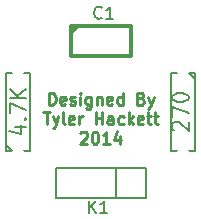
<source format=gto>
G04 (created by PCBNEW (2013-07-07 BZR 4022)-stable) date 12/11/2014 3:56:36 AM*
%MOIN*%
G04 Gerber Fmt 3.4, Leading zero omitted, Abs format*
%FSLAX34Y34*%
G01*
G70*
G90*
G04 APERTURE LIST*
%ADD10C,0.00590551*%
%ADD11C,0.00984252*%
%ADD12C,0.008*%
%ADD13C,0.006*%
%ADD14C,0.012*%
%ADD15C,0.055*%
%ADD16R,0.06X0.06*%
%ADD17C,0.06*%
G04 APERTURE END LIST*
G54D10*
G54D11*
X78590Y-55277D02*
X78590Y-54883D01*
X78683Y-54883D01*
X78740Y-54902D01*
X78777Y-54940D01*
X78796Y-54977D01*
X78815Y-55052D01*
X78815Y-55108D01*
X78796Y-55183D01*
X78777Y-55221D01*
X78740Y-55258D01*
X78683Y-55277D01*
X78590Y-55277D01*
X79133Y-55258D02*
X79096Y-55277D01*
X79021Y-55277D01*
X78983Y-55258D01*
X78965Y-55221D01*
X78965Y-55071D01*
X78983Y-55033D01*
X79021Y-55014D01*
X79096Y-55014D01*
X79133Y-55033D01*
X79152Y-55071D01*
X79152Y-55108D01*
X78965Y-55146D01*
X79302Y-55258D02*
X79340Y-55277D01*
X79415Y-55277D01*
X79452Y-55258D01*
X79471Y-55221D01*
X79471Y-55202D01*
X79452Y-55164D01*
X79415Y-55146D01*
X79358Y-55146D01*
X79321Y-55127D01*
X79302Y-55089D01*
X79302Y-55071D01*
X79321Y-55033D01*
X79358Y-55014D01*
X79415Y-55014D01*
X79452Y-55033D01*
X79640Y-55277D02*
X79640Y-55014D01*
X79640Y-54883D02*
X79621Y-54902D01*
X79640Y-54921D01*
X79658Y-54902D01*
X79640Y-54883D01*
X79640Y-54921D01*
X79996Y-55014D02*
X79996Y-55333D01*
X79977Y-55371D01*
X79958Y-55389D01*
X79921Y-55408D01*
X79865Y-55408D01*
X79827Y-55389D01*
X79996Y-55258D02*
X79958Y-55277D01*
X79883Y-55277D01*
X79846Y-55258D01*
X79827Y-55239D01*
X79808Y-55202D01*
X79808Y-55089D01*
X79827Y-55052D01*
X79846Y-55033D01*
X79883Y-55014D01*
X79958Y-55014D01*
X79996Y-55033D01*
X80183Y-55014D02*
X80183Y-55277D01*
X80183Y-55052D02*
X80202Y-55033D01*
X80239Y-55014D01*
X80296Y-55014D01*
X80333Y-55033D01*
X80352Y-55071D01*
X80352Y-55277D01*
X80689Y-55258D02*
X80652Y-55277D01*
X80577Y-55277D01*
X80539Y-55258D01*
X80521Y-55221D01*
X80521Y-55071D01*
X80539Y-55033D01*
X80577Y-55014D01*
X80652Y-55014D01*
X80689Y-55033D01*
X80708Y-55071D01*
X80708Y-55108D01*
X80521Y-55146D01*
X81046Y-55277D02*
X81046Y-54883D01*
X81046Y-55258D02*
X81008Y-55277D01*
X80933Y-55277D01*
X80896Y-55258D01*
X80877Y-55239D01*
X80858Y-55202D01*
X80858Y-55089D01*
X80877Y-55052D01*
X80896Y-55033D01*
X80933Y-55014D01*
X81008Y-55014D01*
X81046Y-55033D01*
X81664Y-55071D02*
X81721Y-55089D01*
X81739Y-55108D01*
X81758Y-55146D01*
X81758Y-55202D01*
X81739Y-55239D01*
X81721Y-55258D01*
X81683Y-55277D01*
X81533Y-55277D01*
X81533Y-54883D01*
X81664Y-54883D01*
X81702Y-54902D01*
X81721Y-54921D01*
X81739Y-54958D01*
X81739Y-54996D01*
X81721Y-55033D01*
X81702Y-55052D01*
X81664Y-55071D01*
X81533Y-55071D01*
X81889Y-55014D02*
X81983Y-55277D01*
X82077Y-55014D02*
X81983Y-55277D01*
X81946Y-55371D01*
X81927Y-55389D01*
X81889Y-55408D01*
X78402Y-55533D02*
X78627Y-55533D01*
X78515Y-55927D02*
X78515Y-55533D01*
X78721Y-55664D02*
X78815Y-55927D01*
X78908Y-55664D02*
X78815Y-55927D01*
X78777Y-56020D01*
X78758Y-56039D01*
X78721Y-56058D01*
X79115Y-55927D02*
X79077Y-55908D01*
X79058Y-55870D01*
X79058Y-55533D01*
X79415Y-55908D02*
X79377Y-55927D01*
X79302Y-55927D01*
X79265Y-55908D01*
X79246Y-55870D01*
X79246Y-55720D01*
X79265Y-55683D01*
X79302Y-55664D01*
X79377Y-55664D01*
X79415Y-55683D01*
X79433Y-55720D01*
X79433Y-55758D01*
X79246Y-55795D01*
X79602Y-55927D02*
X79602Y-55664D01*
X79602Y-55739D02*
X79621Y-55702D01*
X79640Y-55683D01*
X79677Y-55664D01*
X79715Y-55664D01*
X80146Y-55927D02*
X80146Y-55533D01*
X80146Y-55720D02*
X80371Y-55720D01*
X80371Y-55927D02*
X80371Y-55533D01*
X80727Y-55927D02*
X80727Y-55720D01*
X80708Y-55683D01*
X80671Y-55664D01*
X80596Y-55664D01*
X80558Y-55683D01*
X80727Y-55908D02*
X80689Y-55927D01*
X80596Y-55927D01*
X80558Y-55908D01*
X80539Y-55870D01*
X80539Y-55833D01*
X80558Y-55795D01*
X80596Y-55777D01*
X80689Y-55777D01*
X80727Y-55758D01*
X81083Y-55908D02*
X81046Y-55927D01*
X80971Y-55927D01*
X80933Y-55908D01*
X80914Y-55889D01*
X80896Y-55852D01*
X80896Y-55739D01*
X80914Y-55702D01*
X80933Y-55683D01*
X80971Y-55664D01*
X81046Y-55664D01*
X81083Y-55683D01*
X81252Y-55927D02*
X81252Y-55533D01*
X81289Y-55777D02*
X81402Y-55927D01*
X81402Y-55664D02*
X81252Y-55814D01*
X81721Y-55908D02*
X81683Y-55927D01*
X81608Y-55927D01*
X81571Y-55908D01*
X81552Y-55870D01*
X81552Y-55720D01*
X81571Y-55683D01*
X81608Y-55664D01*
X81683Y-55664D01*
X81721Y-55683D01*
X81739Y-55720D01*
X81739Y-55758D01*
X81552Y-55795D01*
X81852Y-55664D02*
X82002Y-55664D01*
X81908Y-55533D02*
X81908Y-55870D01*
X81927Y-55908D01*
X81964Y-55927D01*
X82002Y-55927D01*
X82077Y-55664D02*
X82227Y-55664D01*
X82133Y-55533D02*
X82133Y-55870D01*
X82152Y-55908D01*
X82189Y-55927D01*
X82227Y-55927D01*
X79640Y-56220D02*
X79658Y-56201D01*
X79696Y-56182D01*
X79790Y-56182D01*
X79827Y-56201D01*
X79846Y-56220D01*
X79865Y-56257D01*
X79865Y-56295D01*
X79846Y-56351D01*
X79621Y-56576D01*
X79865Y-56576D01*
X80108Y-56182D02*
X80146Y-56182D01*
X80183Y-56201D01*
X80202Y-56220D01*
X80221Y-56257D01*
X80239Y-56332D01*
X80239Y-56426D01*
X80221Y-56501D01*
X80202Y-56539D01*
X80183Y-56557D01*
X80146Y-56576D01*
X80108Y-56576D01*
X80071Y-56557D01*
X80052Y-56539D01*
X80033Y-56501D01*
X80014Y-56426D01*
X80014Y-56332D01*
X80033Y-56257D01*
X80052Y-56220D01*
X80071Y-56201D01*
X80108Y-56182D01*
X80614Y-56576D02*
X80389Y-56576D01*
X80502Y-56576D02*
X80502Y-56182D01*
X80464Y-56239D01*
X80427Y-56276D01*
X80389Y-56295D01*
X80952Y-56314D02*
X80952Y-56576D01*
X80858Y-56164D02*
X80764Y-56445D01*
X81008Y-56445D01*
G54D12*
X83070Y-54011D02*
X83070Y-54211D01*
X83070Y-57011D02*
X83070Y-56811D01*
X83070Y-56811D02*
X83470Y-56811D01*
X83470Y-56811D02*
X83470Y-54211D01*
X83470Y-54211D02*
X82670Y-54211D01*
X82670Y-54211D02*
X82670Y-56811D01*
X82670Y-56811D02*
X83070Y-56811D01*
X83270Y-54211D02*
X83470Y-54411D01*
X77559Y-57011D02*
X77559Y-56811D01*
X77559Y-54011D02*
X77559Y-54211D01*
X77559Y-54211D02*
X77159Y-54211D01*
X77159Y-54211D02*
X77159Y-56811D01*
X77159Y-56811D02*
X77959Y-56811D01*
X77959Y-56811D02*
X77959Y-54211D01*
X77959Y-54211D02*
X77559Y-54211D01*
X77359Y-56811D02*
X77159Y-56611D01*
G54D13*
X81814Y-57374D02*
X81814Y-58374D01*
X81814Y-58374D02*
X78814Y-58374D01*
X78814Y-58374D02*
X78814Y-57374D01*
X78814Y-57374D02*
X81814Y-57374D01*
X80814Y-58374D02*
X80814Y-57374D01*
G54D14*
X79334Y-52649D02*
X81314Y-52649D01*
X81314Y-52649D02*
X81314Y-53649D01*
X81314Y-53649D02*
X79314Y-53649D01*
X79314Y-53649D02*
X79314Y-52649D01*
X79314Y-52899D02*
X79564Y-52649D01*
G54D12*
X82745Y-56130D02*
X82719Y-56107D01*
X82693Y-56059D01*
X82693Y-55940D01*
X82719Y-55892D01*
X82745Y-55868D01*
X82798Y-55845D01*
X82850Y-55845D01*
X82929Y-55868D01*
X83243Y-56154D01*
X83243Y-55845D01*
X82693Y-55678D02*
X82693Y-55345D01*
X83243Y-55559D01*
X82693Y-55059D02*
X82693Y-55011D01*
X82719Y-54964D01*
X82745Y-54940D01*
X82798Y-54916D01*
X82903Y-54892D01*
X83033Y-54892D01*
X83138Y-54916D01*
X83191Y-54940D01*
X83217Y-54964D01*
X83243Y-55011D01*
X83243Y-55059D01*
X83217Y-55107D01*
X83191Y-55130D01*
X83138Y-55154D01*
X83033Y-55178D01*
X82903Y-55178D01*
X82798Y-55154D01*
X82745Y-55130D01*
X82719Y-55107D01*
X82693Y-55059D01*
X77465Y-56023D02*
X77831Y-56023D01*
X77255Y-56142D02*
X77648Y-56261D01*
X77648Y-55952D01*
X77779Y-55761D02*
X77805Y-55738D01*
X77831Y-55761D01*
X77805Y-55785D01*
X77779Y-55761D01*
X77831Y-55761D01*
X77281Y-55571D02*
X77281Y-55238D01*
X77831Y-55452D01*
X77831Y-55047D02*
X77281Y-55047D01*
X77831Y-54761D02*
X77517Y-54976D01*
X77281Y-54761D02*
X77595Y-55047D01*
G54D13*
X79919Y-58885D02*
X79919Y-58485D01*
X80148Y-58885D02*
X79976Y-58657D01*
X80148Y-58485D02*
X79919Y-58714D01*
X80529Y-58885D02*
X80300Y-58885D01*
X80414Y-58885D02*
X80414Y-58485D01*
X80376Y-58543D01*
X80338Y-58581D01*
X80300Y-58600D01*
G54D12*
X80348Y-52373D02*
X80329Y-52392D01*
X80272Y-52411D01*
X80234Y-52411D01*
X80176Y-52392D01*
X80138Y-52354D01*
X80119Y-52316D01*
X80100Y-52240D01*
X80100Y-52182D01*
X80119Y-52106D01*
X80138Y-52068D01*
X80176Y-52030D01*
X80234Y-52011D01*
X80272Y-52011D01*
X80329Y-52030D01*
X80348Y-52049D01*
X80729Y-52411D02*
X80500Y-52411D01*
X80614Y-52411D02*
X80614Y-52011D01*
X80576Y-52068D01*
X80538Y-52106D01*
X80500Y-52125D01*
%LPC*%
G54D15*
X81814Y-56511D03*
X81814Y-54511D03*
X78814Y-56511D03*
X78814Y-54511D03*
X83070Y-54011D03*
X83070Y-57011D03*
X77559Y-57011D03*
X77559Y-54011D03*
G54D16*
X81314Y-57874D03*
G54D17*
X80314Y-57874D03*
X79314Y-57874D03*
G54D15*
X79814Y-53149D03*
X80814Y-53149D03*
M02*

</source>
